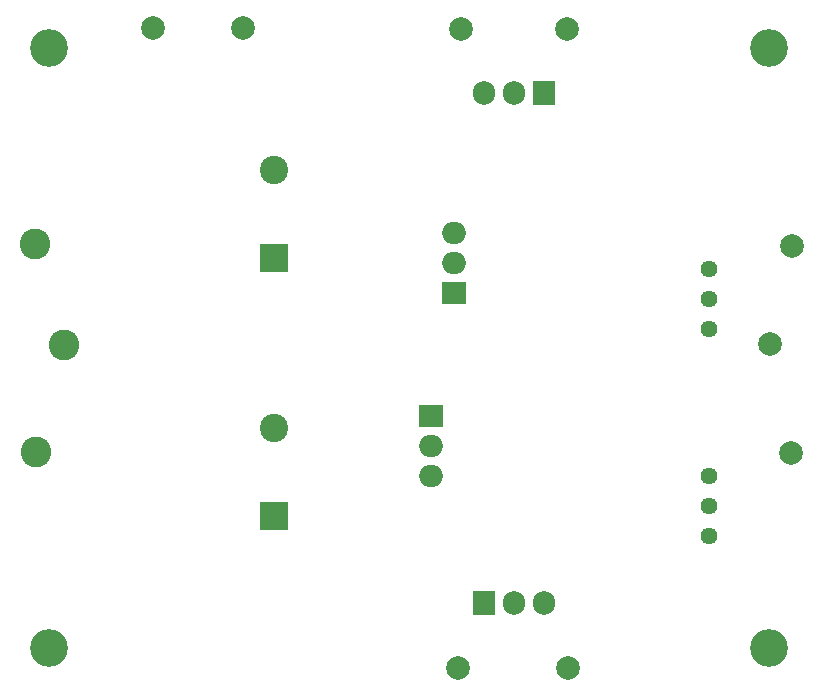
<source format=gbr>
G04 #@! TF.GenerationSoftware,KiCad,Pcbnew,(5.1.10-0-10_14)*
G04 #@! TF.CreationDate,2021-09-25T17:00:32+02:00*
G04 #@! TF.ProjectId,lv-lownoise-psu,6c762d6c-6f77-46e6-9f69-73652d707375,rev?*
G04 #@! TF.SameCoordinates,Original*
G04 #@! TF.FileFunction,Soldermask,Bot*
G04 #@! TF.FilePolarity,Negative*
%FSLAX46Y46*%
G04 Gerber Fmt 4.6, Leading zero omitted, Abs format (unit mm)*
G04 Created by KiCad (PCBNEW (5.1.10-0-10_14)) date 2021-09-25 17:00:32*
%MOMM*%
%LPD*%
G01*
G04 APERTURE LIST*
%ADD10C,2.000000*%
%ADD11O,2.000000X1.905000*%
%ADD12R,2.000000X1.905000*%
%ADD13O,1.905000X2.000000*%
%ADD14R,1.905000X2.000000*%
%ADD15C,2.400000*%
%ADD16R,2.400000X2.400000*%
%ADD17C,1.440000*%
%ADD18C,2.600000*%
%ADD19C,3.200000*%
G04 APERTURE END LIST*
D10*
X148018500Y-49784000D03*
X119761000Y-85471000D03*
X129032000Y-85471000D03*
X128968500Y-31369000D03*
X120015000Y-31369000D03*
X93916500Y-31305500D03*
X101536500Y-31305500D03*
X147955000Y-67310000D03*
X146113500Y-58039000D03*
D11*
X117475000Y-69215000D03*
X117475000Y-66675000D03*
D12*
X117475000Y-64135000D03*
D11*
X119380000Y-48641000D03*
X119380000Y-51181000D03*
D12*
X119380000Y-53721000D03*
D13*
X127000000Y-80010000D03*
X124460000Y-80010000D03*
D14*
X121920000Y-80010000D03*
D13*
X121920000Y-36830000D03*
X124460000Y-36830000D03*
D14*
X127000000Y-36830000D03*
D15*
X104140000Y-65151000D03*
D16*
X104140000Y-72651000D03*
D15*
X104140000Y-43300000D03*
D16*
X104140000Y-50800000D03*
D17*
X140970000Y-74295000D03*
X140970000Y-71755000D03*
X140970000Y-69215000D03*
X140970000Y-56832500D03*
X140970000Y-54292500D03*
X140970000Y-51752500D03*
D18*
X83921600Y-49631600D03*
X86360000Y-58166000D03*
X83972400Y-67259200D03*
D19*
X146050000Y-33020000D03*
X146050000Y-83820000D03*
X85090000Y-83820000D03*
X85090000Y-33020000D03*
M02*

</source>
